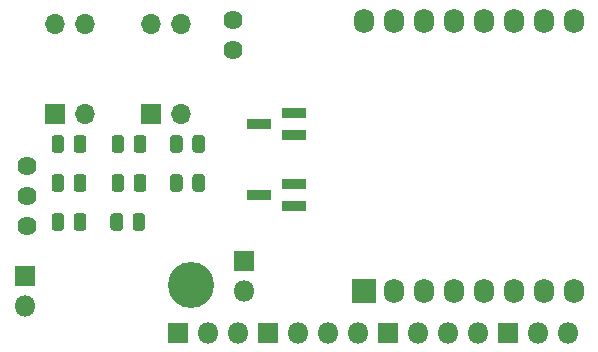
<source format=gbr>
%TF.GenerationSoftware,KiCad,Pcbnew,5.1.6-c6e7f7d~87~ubuntu18.04.1*%
%TF.CreationDate,2020-09-18T00:52:06+02:00*%
%TF.ProjectId,airpcb_smd,61697270-6362-45f7-936d-642e6b696361,rev?*%
%TF.SameCoordinates,Original*%
%TF.FileFunction,Soldermask,Bot*%
%TF.FilePolarity,Negative*%
%FSLAX46Y46*%
G04 Gerber Fmt 4.6, Leading zero omitted, Abs format (unit mm)*
G04 Created by KiCad (PCBNEW 5.1.6-c6e7f7d~87~ubuntu18.04.1) date 2020-09-18 00:52:06*
%MOMM*%
%LPD*%
G01*
G04 APERTURE LIST*
%ADD10C,3.900000*%
%ADD11C,1.624000*%
%ADD12O,1.700000X2.100000*%
%ADD13R,2.100000X2.100000*%
%ADD14R,1.800000X1.800000*%
%ADD15O,1.800000X1.800000*%
%ADD16R,2.000000X0.900000*%
%ADD17R,1.700000X1.700000*%
%ADD18O,1.700000X1.700000*%
G04 APERTURE END LIST*
D10*
%TO.C,M1*%
X66675000Y-38100000D03*
%TD*%
D11*
%TO.C,J11*%
X70198000Y-18194000D03*
X70198000Y-15654000D03*
X52738000Y-28034000D03*
X52738000Y-30574000D03*
X52738000Y-33114000D03*
%TD*%
D12*
%TO.C,U3*%
X81280000Y-15748000D03*
X83820000Y-15748000D03*
X86360000Y-15748000D03*
X88900000Y-15748000D03*
X91440000Y-15748000D03*
X93980000Y-15748000D03*
X96520000Y-15748000D03*
X99060000Y-15748000D03*
X99060000Y-38608000D03*
X96520000Y-38608000D03*
X93980000Y-38608000D03*
X91440000Y-38608000D03*
X88900000Y-38608000D03*
X86360000Y-38608000D03*
D13*
X81280000Y-38608000D03*
D12*
X83820000Y-38608000D03*
%TD*%
D14*
%TO.C,J1*%
X83312000Y-42164000D03*
D15*
X85852000Y-42164000D03*
X88392000Y-42164000D03*
X90932000Y-42164000D03*
%TD*%
%TO.C,J2*%
X80772000Y-42164000D03*
X78232000Y-42164000D03*
X75692000Y-42164000D03*
D14*
X73152000Y-42164000D03*
%TD*%
%TO.C,J3*%
X71120000Y-36068000D03*
D15*
X71120000Y-38608000D03*
%TD*%
%TO.C,J4*%
X52578000Y-39878000D03*
D14*
X52578000Y-37338000D03*
%TD*%
%TO.C,J7*%
X93472000Y-42164000D03*
D15*
X96012000Y-42164000D03*
X98552000Y-42164000D03*
%TD*%
%TO.C,J8*%
X70612000Y-42164000D03*
X68072000Y-42164000D03*
D14*
X65532000Y-42164000D03*
%TD*%
D16*
%TO.C,Q1*%
X72390000Y-24450000D03*
X75390000Y-25400000D03*
X75390000Y-23500000D03*
%TD*%
%TO.C,Q2*%
X75390000Y-29530000D03*
X75390000Y-31430000D03*
X72390000Y-30480000D03*
%TD*%
%TO.C,R1*%
G36*
G01*
X56709500Y-33247250D02*
X56709500Y-32284750D01*
G75*
G02*
X56978250Y-32016000I268750J0D01*
G01*
X57515750Y-32016000D01*
G75*
G02*
X57784500Y-32284750I0J-268750D01*
G01*
X57784500Y-33247250D01*
G75*
G02*
X57515750Y-33516000I-268750J0D01*
G01*
X56978250Y-33516000D01*
G75*
G02*
X56709500Y-33247250I0J268750D01*
G01*
G37*
G36*
G01*
X54834500Y-33247250D02*
X54834500Y-32284750D01*
G75*
G02*
X55103250Y-32016000I268750J0D01*
G01*
X55640750Y-32016000D01*
G75*
G02*
X55909500Y-32284750I0J-268750D01*
G01*
X55909500Y-33247250D01*
G75*
G02*
X55640750Y-33516000I-268750J0D01*
G01*
X55103250Y-33516000D01*
G75*
G02*
X54834500Y-33247250I0J268750D01*
G01*
G37*
%TD*%
%TO.C,R2*%
G36*
G01*
X54834500Y-29945250D02*
X54834500Y-28982750D01*
G75*
G02*
X55103250Y-28714000I268750J0D01*
G01*
X55640750Y-28714000D01*
G75*
G02*
X55909500Y-28982750I0J-268750D01*
G01*
X55909500Y-29945250D01*
G75*
G02*
X55640750Y-30214000I-268750J0D01*
G01*
X55103250Y-30214000D01*
G75*
G02*
X54834500Y-29945250I0J268750D01*
G01*
G37*
G36*
G01*
X56709500Y-29945250D02*
X56709500Y-28982750D01*
G75*
G02*
X56978250Y-28714000I268750J0D01*
G01*
X57515750Y-28714000D01*
G75*
G02*
X57784500Y-28982750I0J-268750D01*
G01*
X57784500Y-29945250D01*
G75*
G02*
X57515750Y-30214000I-268750J0D01*
G01*
X56978250Y-30214000D01*
G75*
G02*
X56709500Y-29945250I0J268750D01*
G01*
G37*
%TD*%
%TO.C,R3*%
G36*
G01*
X54834500Y-26643250D02*
X54834500Y-25680750D01*
G75*
G02*
X55103250Y-25412000I268750J0D01*
G01*
X55640750Y-25412000D01*
G75*
G02*
X55909500Y-25680750I0J-268750D01*
G01*
X55909500Y-26643250D01*
G75*
G02*
X55640750Y-26912000I-268750J0D01*
G01*
X55103250Y-26912000D01*
G75*
G02*
X54834500Y-26643250I0J268750D01*
G01*
G37*
G36*
G01*
X56709500Y-26643250D02*
X56709500Y-25680750D01*
G75*
G02*
X56978250Y-25412000I268750J0D01*
G01*
X57515750Y-25412000D01*
G75*
G02*
X57784500Y-25680750I0J-268750D01*
G01*
X57784500Y-26643250D01*
G75*
G02*
X57515750Y-26912000I-268750J0D01*
G01*
X56978250Y-26912000D01*
G75*
G02*
X56709500Y-26643250I0J268750D01*
G01*
G37*
%TD*%
%TO.C,R4*%
G36*
G01*
X61692500Y-33247250D02*
X61692500Y-32284750D01*
G75*
G02*
X61961250Y-32016000I268750J0D01*
G01*
X62498750Y-32016000D01*
G75*
G02*
X62767500Y-32284750I0J-268750D01*
G01*
X62767500Y-33247250D01*
G75*
G02*
X62498750Y-33516000I-268750J0D01*
G01*
X61961250Y-33516000D01*
G75*
G02*
X61692500Y-33247250I0J268750D01*
G01*
G37*
G36*
G01*
X59817500Y-33247250D02*
X59817500Y-32284750D01*
G75*
G02*
X60086250Y-32016000I268750J0D01*
G01*
X60623750Y-32016000D01*
G75*
G02*
X60892500Y-32284750I0J-268750D01*
G01*
X60892500Y-33247250D01*
G75*
G02*
X60623750Y-33516000I-268750J0D01*
G01*
X60086250Y-33516000D01*
G75*
G02*
X59817500Y-33247250I0J268750D01*
G01*
G37*
%TD*%
%TO.C,R5*%
G36*
G01*
X61789500Y-29945250D02*
X61789500Y-28982750D01*
G75*
G02*
X62058250Y-28714000I268750J0D01*
G01*
X62595750Y-28714000D01*
G75*
G02*
X62864500Y-28982750I0J-268750D01*
G01*
X62864500Y-29945250D01*
G75*
G02*
X62595750Y-30214000I-268750J0D01*
G01*
X62058250Y-30214000D01*
G75*
G02*
X61789500Y-29945250I0J268750D01*
G01*
G37*
G36*
G01*
X59914500Y-29945250D02*
X59914500Y-28982750D01*
G75*
G02*
X60183250Y-28714000I268750J0D01*
G01*
X60720750Y-28714000D01*
G75*
G02*
X60989500Y-28982750I0J-268750D01*
G01*
X60989500Y-29945250D01*
G75*
G02*
X60720750Y-30214000I-268750J0D01*
G01*
X60183250Y-30214000D01*
G75*
G02*
X59914500Y-29945250I0J268750D01*
G01*
G37*
%TD*%
%TO.C,R6*%
G36*
G01*
X59914500Y-26643250D02*
X59914500Y-25680750D01*
G75*
G02*
X60183250Y-25412000I268750J0D01*
G01*
X60720750Y-25412000D01*
G75*
G02*
X60989500Y-25680750I0J-268750D01*
G01*
X60989500Y-26643250D01*
G75*
G02*
X60720750Y-26912000I-268750J0D01*
G01*
X60183250Y-26912000D01*
G75*
G02*
X59914500Y-26643250I0J268750D01*
G01*
G37*
G36*
G01*
X61789500Y-26643250D02*
X61789500Y-25680750D01*
G75*
G02*
X62058250Y-25412000I268750J0D01*
G01*
X62595750Y-25412000D01*
G75*
G02*
X62864500Y-25680750I0J-268750D01*
G01*
X62864500Y-26643250D01*
G75*
G02*
X62595750Y-26912000I-268750J0D01*
G01*
X62058250Y-26912000D01*
G75*
G02*
X61789500Y-26643250I0J268750D01*
G01*
G37*
%TD*%
%TO.C,R7*%
G36*
G01*
X64867500Y-29945250D02*
X64867500Y-28982750D01*
G75*
G02*
X65136250Y-28714000I268750J0D01*
G01*
X65673750Y-28714000D01*
G75*
G02*
X65942500Y-28982750I0J-268750D01*
G01*
X65942500Y-29945250D01*
G75*
G02*
X65673750Y-30214000I-268750J0D01*
G01*
X65136250Y-30214000D01*
G75*
G02*
X64867500Y-29945250I0J268750D01*
G01*
G37*
G36*
G01*
X66742500Y-29945250D02*
X66742500Y-28982750D01*
G75*
G02*
X67011250Y-28714000I268750J0D01*
G01*
X67548750Y-28714000D01*
G75*
G02*
X67817500Y-28982750I0J-268750D01*
G01*
X67817500Y-29945250D01*
G75*
G02*
X67548750Y-30214000I-268750J0D01*
G01*
X67011250Y-30214000D01*
G75*
G02*
X66742500Y-29945250I0J268750D01*
G01*
G37*
%TD*%
%TO.C,R8*%
G36*
G01*
X66742500Y-26643250D02*
X66742500Y-25680750D01*
G75*
G02*
X67011250Y-25412000I268750J0D01*
G01*
X67548750Y-25412000D01*
G75*
G02*
X67817500Y-25680750I0J-268750D01*
G01*
X67817500Y-26643250D01*
G75*
G02*
X67548750Y-26912000I-268750J0D01*
G01*
X67011250Y-26912000D01*
G75*
G02*
X66742500Y-26643250I0J268750D01*
G01*
G37*
G36*
G01*
X64867500Y-26643250D02*
X64867500Y-25680750D01*
G75*
G02*
X65136250Y-25412000I268750J0D01*
G01*
X65673750Y-25412000D01*
G75*
G02*
X65942500Y-25680750I0J-268750D01*
G01*
X65942500Y-26643250D01*
G75*
G02*
X65673750Y-26912000I-268750J0D01*
G01*
X65136250Y-26912000D01*
G75*
G02*
X64867500Y-26643250I0J268750D01*
G01*
G37*
%TD*%
D17*
%TO.C,U1*%
X55118000Y-23622000D03*
D18*
X57658000Y-16002000D03*
X57658000Y-23622000D03*
X55118000Y-16002000D03*
%TD*%
%TO.C,U2*%
X63246000Y-16002000D03*
X65786000Y-23622000D03*
X65786000Y-16002000D03*
D17*
X63246000Y-23622000D03*
%TD*%
M02*

</source>
